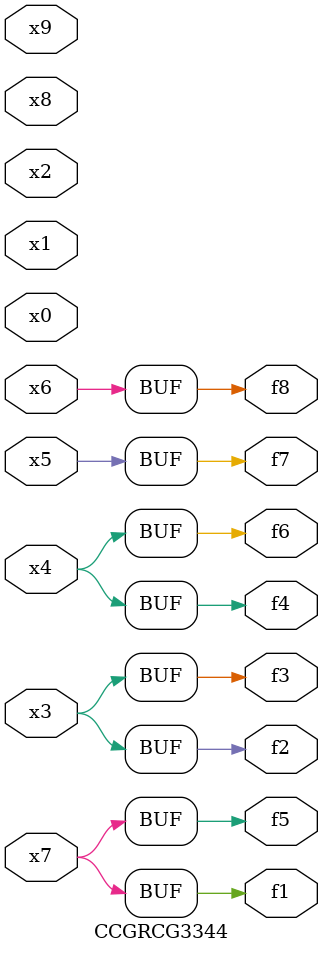
<source format=v>
module CCGRCG3344(
	input x0, x1, x2, x3, x4, x5, x6, x7, x8, x9,
	output f1, f2, f3, f4, f5, f6, f7, f8
);
	assign f1 = x7;
	assign f2 = x3;
	assign f3 = x3;
	assign f4 = x4;
	assign f5 = x7;
	assign f6 = x4;
	assign f7 = x5;
	assign f8 = x6;
endmodule

</source>
